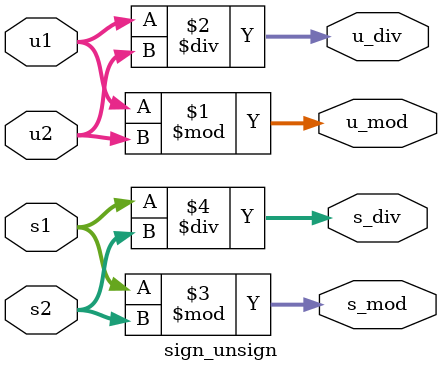
<source format=v>
/*7. Demonstrate integer division and modulus behavior in Verilog with signed/unsigned
variables.*/

module sign_unsign(u1,u2,s1,s2,u_div,u_mod,s_div,s_mod);
input signed [7:0]s1,s2;
input [7:0]u1,u2;
output signed [7:0]s_mod,s_div;
output [7:0]u_mod,u_div;
assign u_mod=u1%u2;
assign u_div=u1/u2;
assign s_mod=s1%s2;
assign s_div=s1/s2;
endmodule

</source>
